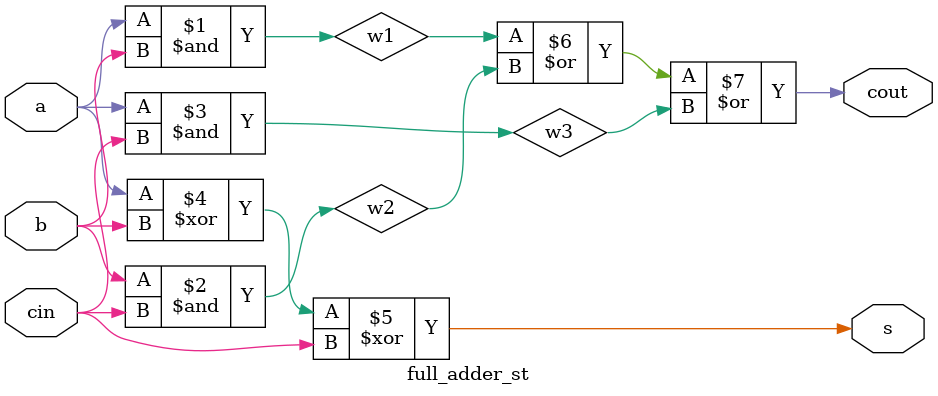
<source format=v>
module full_adder_st(a, b, cin, s, cout);
	input a, b, cin;
	output s, cout;
	wire w1, w2, w3;

	and #2 g1(w1, a, b);
	and #2 g2(w2, b, cin);
	and #2 g3(w3, a, cin);
	xor #4 g4(s, a, b, cin);
	or #2 g5(cout, w1, w2, w3);
endmodule

</source>
